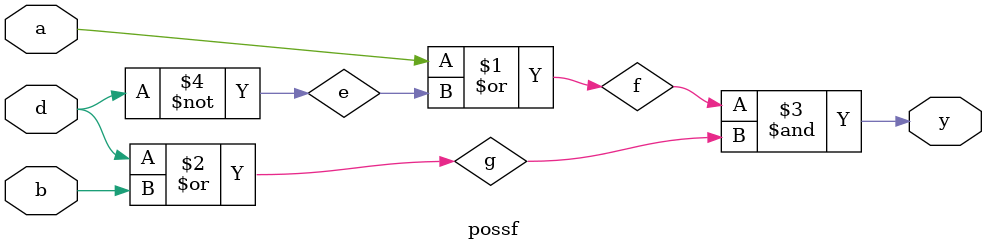
<source format=v>
module possf(a,b,d,y);
    input a,b,d;
    output y;
    wire e,f,g;
    not(e,d);
    or(f,a,e);
    or(g,d,b);
    and(y,f,g);
endmodule
</source>
